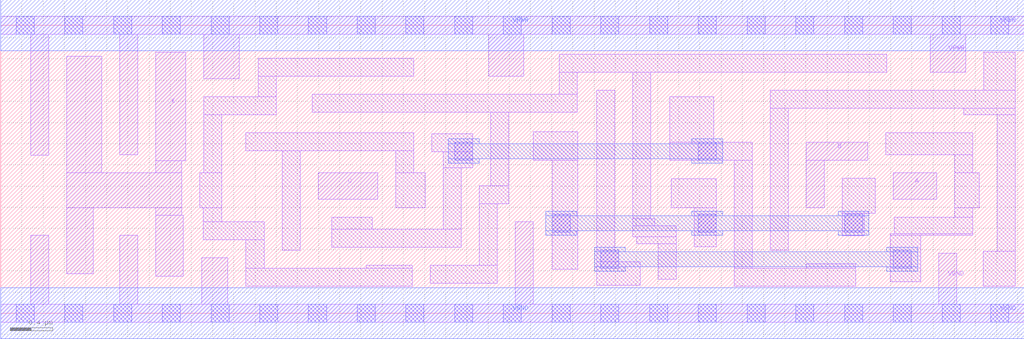
<source format=lef>
# Copyright 2020 The SkyWater PDK Authors
#
# Licensed under the Apache License, Version 2.0 (the "License");
# you may not use this file except in compliance with the License.
# You may obtain a copy of the License at
#
#     https://www.apache.org/licenses/LICENSE-2.0
#
# Unless required by applicable law or agreed to in writing, software
# distributed under the License is distributed on an "AS IS" BASIS,
# WITHOUT WARRANTIES OR CONDITIONS OF ANY KIND, either express or implied.
# See the License for the specific language governing permissions and
# limitations under the License.
#
# SPDX-License-Identifier: Apache-2.0

VERSION 5.7 ;
  NAMESCASESENSITIVE ON ;
  NOWIREEXTENSIONATPIN ON ;
  DIVIDERCHAR "/" ;
  BUSBITCHARS "[]" ;
UNITS
  DATABASE MICRONS 200 ;
END UNITS
MACRO sky130_fd_sc_hd__xnor3_4
  CLASS CORE ;
  SOURCE USER ;
  FOREIGN sky130_fd_sc_hd__xnor3_4 ;
  ORIGIN  0.000000  0.000000 ;
  SIZE  9.660000 BY  2.720000 ;
  SYMMETRY X Y R90 ;
  SITE unithd ;
  PIN A
    ANTENNAGATEAREA  0.246000 ;
    DIRECTION INPUT ;
    USE SIGNAL ;
    PORT
      LAYER li1 ;
        RECT 8.425000 1.075000 8.835000 1.325000 ;
    END
  END A
  PIN B
    ANTENNAGATEAREA  0.661500 ;
    DIRECTION INPUT ;
    USE SIGNAL ;
    PORT
      LAYER li1 ;
        RECT 7.605000 0.995000 7.775000 1.445000 ;
        RECT 7.605000 1.445000 8.185000 1.615000 ;
    END
  END B
  PIN C
    ANTENNAGATEAREA  0.381000 ;
    DIRECTION INPUT ;
    USE SIGNAL ;
    PORT
      LAYER li1 ;
        RECT 2.995000 1.075000 3.560000 1.325000 ;
    END
  END C
  PIN X
    ANTENNADIFFAREA  0.891000 ;
    DIRECTION OUTPUT ;
    USE SIGNAL ;
    PORT
      LAYER li1 ;
        RECT 0.625000 0.375000 0.875000 0.995000 ;
        RECT 0.625000 0.995000 1.710000 1.325000 ;
        RECT 0.625000 1.325000 0.955000 2.425000 ;
        RECT 1.465000 0.350000 1.725000 0.925000 ;
        RECT 1.465000 0.925000 1.710000 0.995000 ;
        RECT 1.465000 1.325000 1.710000 1.440000 ;
        RECT 1.465000 1.440000 1.745000 2.465000 ;
    END
  END X
  PIN VGND
    DIRECTION INOUT ;
    SHAPE ABUTMENT ;
    USE GROUND ;
    PORT
      LAYER li1 ;
        RECT 0.000000 -0.085000 9.660000 0.085000 ;
        RECT 0.285000  0.085000 0.455000 0.735000 ;
        RECT 1.125000  0.085000 1.295000 0.735000 ;
        RECT 1.895000  0.085000 2.145000 0.525000 ;
        RECT 4.855000  0.085000 5.025000 0.865000 ;
        RECT 8.855000  0.085000 9.025000 0.565000 ;
      LAYER mcon ;
        RECT 0.145000 -0.085000 0.315000 0.085000 ;
        RECT 0.605000 -0.085000 0.775000 0.085000 ;
        RECT 1.065000 -0.085000 1.235000 0.085000 ;
        RECT 1.525000 -0.085000 1.695000 0.085000 ;
        RECT 1.985000 -0.085000 2.155000 0.085000 ;
        RECT 2.445000 -0.085000 2.615000 0.085000 ;
        RECT 2.905000 -0.085000 3.075000 0.085000 ;
        RECT 3.365000 -0.085000 3.535000 0.085000 ;
        RECT 3.825000 -0.085000 3.995000 0.085000 ;
        RECT 4.285000 -0.085000 4.455000 0.085000 ;
        RECT 4.745000 -0.085000 4.915000 0.085000 ;
        RECT 5.205000 -0.085000 5.375000 0.085000 ;
        RECT 5.665000 -0.085000 5.835000 0.085000 ;
        RECT 6.125000 -0.085000 6.295000 0.085000 ;
        RECT 6.585000 -0.085000 6.755000 0.085000 ;
        RECT 7.045000 -0.085000 7.215000 0.085000 ;
        RECT 7.505000 -0.085000 7.675000 0.085000 ;
        RECT 7.965000 -0.085000 8.135000 0.085000 ;
        RECT 8.425000 -0.085000 8.595000 0.085000 ;
        RECT 8.885000 -0.085000 9.055000 0.085000 ;
        RECT 9.345000 -0.085000 9.515000 0.085000 ;
      LAYER met1 ;
        RECT 0.000000 -0.240000 9.660000 0.240000 ;
    END
  END VGND
  PIN VPWR
    DIRECTION INOUT ;
    SHAPE ABUTMENT ;
    USE POWER ;
    PORT
      LAYER li1 ;
        RECT 0.000000 2.635000 9.660000 2.805000 ;
        RECT 0.285000 1.490000 0.455000 2.635000 ;
        RECT 1.125000 1.495000 1.295000 2.635000 ;
        RECT 1.915000 2.215000 2.250000 2.635000 ;
        RECT 4.605000 2.235000 4.935000 2.635000 ;
        RECT 8.775000 2.275000 9.110000 2.635000 ;
      LAYER mcon ;
        RECT 0.145000 2.635000 0.315000 2.805000 ;
        RECT 0.605000 2.635000 0.775000 2.805000 ;
        RECT 1.065000 2.635000 1.235000 2.805000 ;
        RECT 1.525000 2.635000 1.695000 2.805000 ;
        RECT 1.985000 2.635000 2.155000 2.805000 ;
        RECT 2.445000 2.635000 2.615000 2.805000 ;
        RECT 2.905000 2.635000 3.075000 2.805000 ;
        RECT 3.365000 2.635000 3.535000 2.805000 ;
        RECT 3.825000 2.635000 3.995000 2.805000 ;
        RECT 4.285000 2.635000 4.455000 2.805000 ;
        RECT 4.745000 2.635000 4.915000 2.805000 ;
        RECT 5.205000 2.635000 5.375000 2.805000 ;
        RECT 5.665000 2.635000 5.835000 2.805000 ;
        RECT 6.125000 2.635000 6.295000 2.805000 ;
        RECT 6.585000 2.635000 6.755000 2.805000 ;
        RECT 7.045000 2.635000 7.215000 2.805000 ;
        RECT 7.505000 2.635000 7.675000 2.805000 ;
        RECT 7.965000 2.635000 8.135000 2.805000 ;
        RECT 8.425000 2.635000 8.595000 2.805000 ;
        RECT 8.885000 2.635000 9.055000 2.805000 ;
        RECT 9.345000 2.635000 9.515000 2.805000 ;
      LAYER met1 ;
        RECT 0.000000 2.480000 9.660000 2.960000 ;
    END
  END VPWR
  OBS
    LAYER li1 ;
      RECT 1.880000 0.995000 2.085000 1.325000 ;
      RECT 1.910000 0.695000 2.485000 0.865000 ;
      RECT 1.910000 0.865000 2.085000 0.995000 ;
      RECT 1.915000 1.325000 2.085000 1.875000 ;
      RECT 1.915000 1.875000 2.600000 2.045000 ;
      RECT 2.315000 0.255000 3.885000 0.425000 ;
      RECT 2.315000 0.425000 2.485000 0.695000 ;
      RECT 2.315000 1.535000 3.900000 1.705000 ;
      RECT 2.430000 2.045000 2.600000 2.235000 ;
      RECT 2.430000 2.235000 3.900000 2.405000 ;
      RECT 2.655000 0.595000 2.825000 1.535000 ;
      RECT 2.940000 1.895000 5.440000 2.065000 ;
      RECT 3.125000 0.625000 4.345000 0.795000 ;
      RECT 3.125000 0.795000 3.505000 0.905000 ;
      RECT 3.450000 0.425000 3.885000 0.455000 ;
      RECT 3.730000 0.995000 4.005000 1.325000 ;
      RECT 3.730000 1.325000 3.900000 1.535000 ;
      RECT 4.055000 0.285000 4.685000 0.455000 ;
      RECT 4.070000 1.525000 4.455000 1.695000 ;
      RECT 4.175000 0.795000 4.345000 1.375000 ;
      RECT 4.175000 1.375000 4.455000 1.525000 ;
      RECT 4.515000 0.455000 4.685000 1.035000 ;
      RECT 4.515000 1.035000 4.795000 1.205000 ;
      RECT 4.625000 1.205000 4.795000 1.895000 ;
      RECT 5.025000 1.445000 5.445000 1.715000 ;
      RECT 5.205000 0.415000 5.445000 1.445000 ;
      RECT 5.270000 2.065000 5.440000 2.275000 ;
      RECT 5.270000 2.275000 8.365000 2.445000 ;
      RECT 5.625000 0.265000 6.035000 0.485000 ;
      RECT 5.625000 0.485000 5.835000 0.595000 ;
      RECT 5.625000 0.595000 5.795000 2.105000 ;
      RECT 5.965000 0.720000 6.375000 0.825000 ;
      RECT 5.965000 0.825000 6.175000 0.890000 ;
      RECT 5.965000 0.890000 6.135000 2.275000 ;
      RECT 6.005000 0.655000 6.375000 0.720000 ;
      RECT 6.205000 0.320000 6.375000 0.655000 ;
      RECT 6.315000 1.445000 7.095000 1.615000 ;
      RECT 6.315000 1.615000 6.730000 2.045000 ;
      RECT 6.330000 0.995000 6.755000 1.270000 ;
      RECT 6.545000 0.630000 6.755000 0.995000 ;
      RECT 6.925000 0.255000 8.070000 0.425000 ;
      RECT 6.925000 0.425000 7.095000 1.445000 ;
      RECT 7.265000 0.595000 7.435000 1.935000 ;
      RECT 7.265000 1.935000 9.575000 2.105000 ;
      RECT 7.605000 0.425000 8.070000 0.465000 ;
      RECT 7.945000 0.730000 8.150000 0.945000 ;
      RECT 7.945000 0.945000 8.255000 1.275000 ;
      RECT 8.355000 1.495000 9.175000 1.705000 ;
      RECT 8.395000 0.295000 8.685000 0.735000 ;
      RECT 8.395000 0.735000 9.175000 0.750000 ;
      RECT 8.435000 0.750000 9.175000 0.905000 ;
      RECT 9.005000 0.905000 9.175000 0.995000 ;
      RECT 9.005000 0.995000 9.235000 1.325000 ;
      RECT 9.005000 1.325000 9.175000 1.495000 ;
      RECT 9.090000 1.875000 9.575000 1.935000 ;
      RECT 9.275000 0.255000 9.575000 0.585000 ;
      RECT 9.280000 2.105000 9.575000 2.465000 ;
      RECT 9.405000 0.585000 9.575000 1.875000 ;
    LAYER mcon ;
      RECT 4.285000 1.445000 4.455000 1.615000 ;
      RECT 5.205000 0.765000 5.375000 0.935000 ;
      RECT 5.665000 0.425000 5.835000 0.595000 ;
      RECT 6.585000 0.765000 6.755000 0.935000 ;
      RECT 6.585000 1.445000 6.755000 1.615000 ;
      RECT 7.965000 0.765000 8.135000 0.935000 ;
      RECT 8.425000 0.425000 8.595000 0.595000 ;
    LAYER met1 ;
      RECT 4.225000 1.415000 4.515000 1.460000 ;
      RECT 4.225000 1.460000 6.815000 1.600000 ;
      RECT 4.225000 1.600000 4.515000 1.645000 ;
      RECT 5.145000 0.735000 5.435000 0.780000 ;
      RECT 5.145000 0.780000 8.195000 0.920000 ;
      RECT 5.145000 0.920000 5.435000 0.965000 ;
      RECT 5.605000 0.395000 5.895000 0.440000 ;
      RECT 5.605000 0.440000 8.655000 0.580000 ;
      RECT 5.605000 0.580000 5.895000 0.625000 ;
      RECT 6.525000 0.735000 6.815000 0.780000 ;
      RECT 6.525000 0.920000 6.815000 0.965000 ;
      RECT 6.525000 1.415000 6.815000 1.460000 ;
      RECT 6.525000 1.600000 6.815000 1.645000 ;
      RECT 7.905000 0.735000 8.195000 0.780000 ;
      RECT 7.905000 0.920000 8.195000 0.965000 ;
      RECT 8.365000 0.395000 8.655000 0.440000 ;
      RECT 8.365000 0.580000 8.655000 0.625000 ;
  END
END sky130_fd_sc_hd__xnor3_4

</source>
